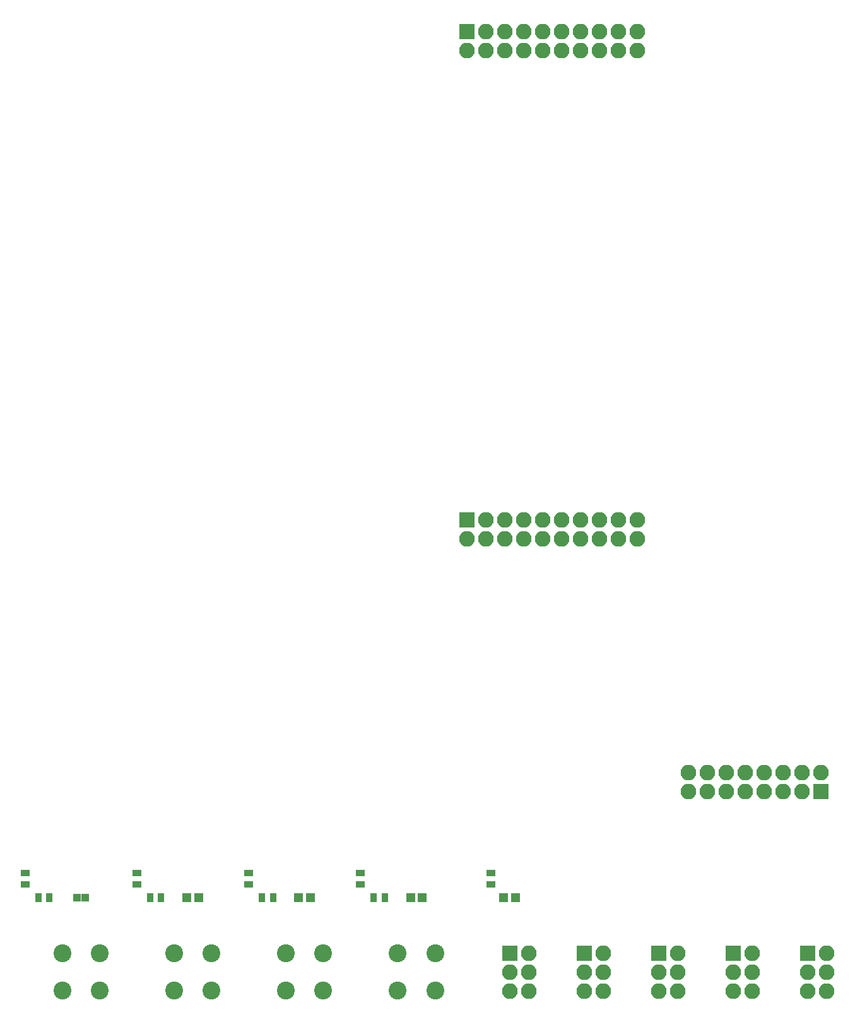
<source format=gts>
G04 #@! TF.FileFunction,Soldermask,Top*
%FSLAX46Y46*%
G04 Gerber Fmt 4.6, Leading zero omitted, Abs format (unit mm)*
G04 Created by KiCad (PCBNEW 4.0.6) date Monday, August 21, 2017 'PMt' 07:16:47 PM*
%MOMM*%
%LPD*%
G01*
G04 APERTURE LIST*
%ADD10C,0.100000*%
%ADD11R,1.000000X1.100000*%
%ADD12R,1.200000X1.200000*%
%ADD13R,2.100000X2.100000*%
%ADD14O,2.100000X2.100000*%
%ADD15R,0.900000X1.300000*%
%ADD16R,1.300000X0.900000*%
%ADD17C,2.400000*%
G04 APERTURE END LIST*
D10*
D11*
X51950000Y-157500000D03*
X53050000Y-157500000D03*
D12*
X66700000Y-157500000D03*
X68300000Y-157500000D03*
X109200000Y-157500000D03*
X110800000Y-157500000D03*
X81700000Y-157500000D03*
X83300000Y-157500000D03*
X96700000Y-157500000D03*
X98300000Y-157500000D03*
D13*
X151750000Y-143300000D03*
D14*
X151750000Y-140760000D03*
X149210000Y-143300000D03*
X149210000Y-140760000D03*
X146670000Y-143300000D03*
X146670000Y-140760000D03*
X144130000Y-143300000D03*
X144130000Y-140760000D03*
X141590000Y-143300000D03*
X141590000Y-140760000D03*
X139050000Y-143300000D03*
X139050000Y-140760000D03*
X136510000Y-143300000D03*
X136510000Y-140760000D03*
X133970000Y-143300000D03*
X133970000Y-140760000D03*
D13*
X104250000Y-41500000D03*
D14*
X104250000Y-44040000D03*
X106790000Y-41500000D03*
X106790000Y-44040000D03*
X109330000Y-41500000D03*
X109330000Y-44040000D03*
X111870000Y-41500000D03*
X111870000Y-44040000D03*
X114410000Y-41500000D03*
X114410000Y-44040000D03*
X116950000Y-41500000D03*
X116950000Y-44040000D03*
X119490000Y-41500000D03*
X119490000Y-44040000D03*
X122030000Y-41500000D03*
X122030000Y-44040000D03*
X124570000Y-41500000D03*
X124570000Y-44040000D03*
X127110000Y-41500000D03*
X127110000Y-44040000D03*
D13*
X104250000Y-106900000D03*
D14*
X104250000Y-109440000D03*
X106790000Y-106900000D03*
X106790000Y-109440000D03*
X109330000Y-106900000D03*
X109330000Y-109440000D03*
X111870000Y-106900000D03*
X111870000Y-109440000D03*
X114410000Y-106900000D03*
X114410000Y-109440000D03*
X116950000Y-106900000D03*
X116950000Y-109440000D03*
X119490000Y-106900000D03*
X119490000Y-109440000D03*
X122030000Y-106900000D03*
X122030000Y-109440000D03*
X124570000Y-106900000D03*
X124570000Y-109440000D03*
X127110000Y-106900000D03*
X127110000Y-109440000D03*
D13*
X120000000Y-165000000D03*
D14*
X122540000Y-165000000D03*
X120000000Y-167540000D03*
X122540000Y-167540000D03*
X120000000Y-170080000D03*
X122540000Y-170080000D03*
D13*
X140000000Y-165000000D03*
D14*
X142540000Y-165000000D03*
X140000000Y-167540000D03*
X142540000Y-167540000D03*
X140000000Y-170080000D03*
X142540000Y-170080000D03*
D13*
X150000000Y-165000000D03*
D14*
X152540000Y-165000000D03*
X150000000Y-167540000D03*
X152540000Y-167540000D03*
X150000000Y-170080000D03*
X152540000Y-170080000D03*
D13*
X110000000Y-165000000D03*
D14*
X112540000Y-165000000D03*
X110000000Y-167540000D03*
X112540000Y-167540000D03*
X110000000Y-170080000D03*
X112540000Y-170080000D03*
D13*
X130000000Y-165000000D03*
D14*
X132540000Y-165000000D03*
X130000000Y-167540000D03*
X132540000Y-167540000D03*
X130000000Y-170080000D03*
X132540000Y-170080000D03*
D15*
X46750000Y-157500000D03*
X48250000Y-157500000D03*
D16*
X45000000Y-154250000D03*
X45000000Y-155750000D03*
D15*
X61750000Y-157500000D03*
X63250000Y-157500000D03*
D16*
X60000000Y-154250000D03*
X60000000Y-155750000D03*
X107500000Y-154250000D03*
X107500000Y-155750000D03*
D15*
X76750000Y-157500000D03*
X78250000Y-157500000D03*
X91750000Y-157500000D03*
X93250000Y-157500000D03*
D16*
X75000000Y-154250000D03*
X75000000Y-155750000D03*
X90000000Y-154250000D03*
X90000000Y-155750000D03*
D17*
X50000000Y-165000000D03*
X55000000Y-165000000D03*
X55000000Y-170000000D03*
X50000000Y-170000000D03*
X65000000Y-165000000D03*
X70000000Y-165000000D03*
X70000000Y-170000000D03*
X65000000Y-170000000D03*
X80000000Y-165000000D03*
X85000000Y-165000000D03*
X85000000Y-170000000D03*
X80000000Y-170000000D03*
X95000000Y-165000000D03*
X100000000Y-165000000D03*
X100000000Y-170000000D03*
X95000000Y-170000000D03*
M02*

</source>
